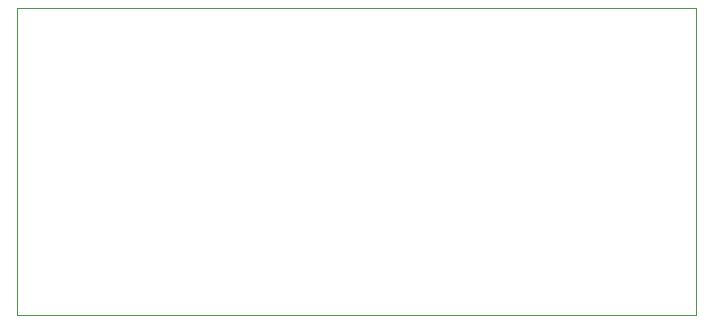
<source format=gbr>
G04 #@! TF.GenerationSoftware,KiCad,Pcbnew,9.0.1*
G04 #@! TF.CreationDate,2025-11-10T23:51:26+01:00*
G04 #@! TF.ProjectId,CAN Tram Adapter,43414e20-5472-4616-9d20-416461707465,rev?*
G04 #@! TF.SameCoordinates,Original*
G04 #@! TF.FileFunction,Profile,NP*
%FSLAX46Y46*%
G04 Gerber Fmt 4.6, Leading zero omitted, Abs format (unit mm)*
G04 Created by KiCad (PCBNEW 9.0.1) date 2025-11-10 23:51:26*
%MOMM*%
%LPD*%
G01*
G04 APERTURE LIST*
G04 #@! TA.AperFunction,Profile*
%ADD10C,0.050000*%
G04 #@! TD*
G04 APERTURE END LIST*
D10*
X77500000Y-67000000D02*
X135000000Y-67000000D01*
X135000000Y-93000000D01*
X77500000Y-93000000D01*
X77500000Y-67000000D01*
M02*

</source>
